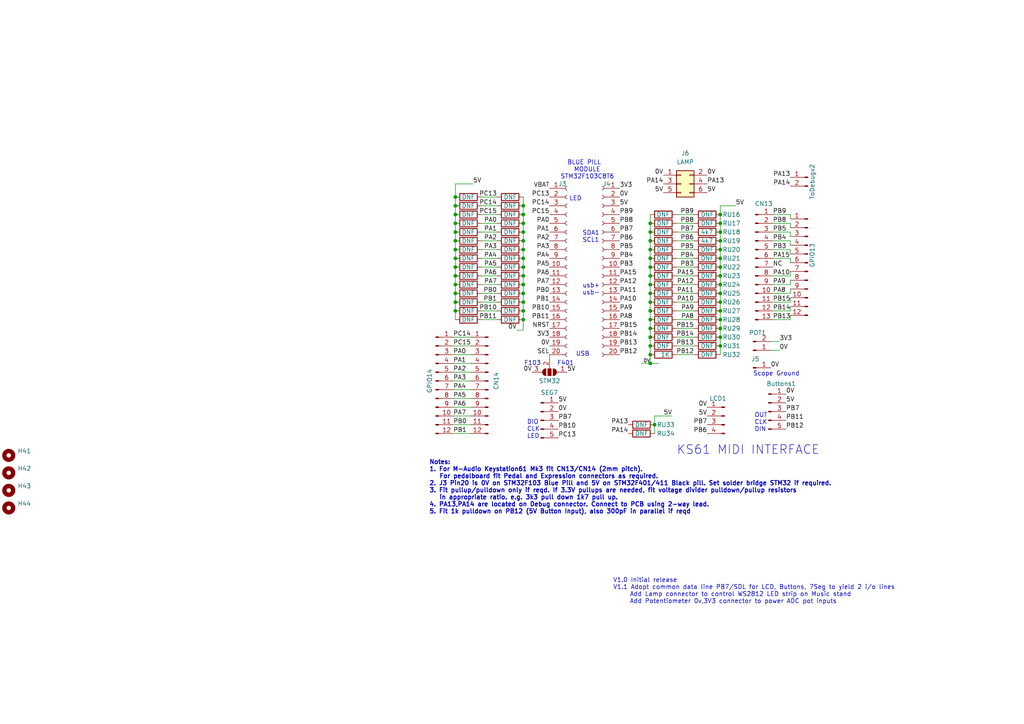
<source format=kicad_sch>
(kicad_sch (version 20211123) (generator eeschema)
  (paper "A4")
  (lib_symbols
    (symbol "Connector:Conn_01x01_Male" (pin_names (offset 1.016) hide)
      (property "Reference" "J" (at 0 2.54 0))
      (property "Value" "Conn_01x01_Male" (at 0 -2.54 0))
      (symbol "Conn_01x01_Male_1_1"
        (pin passive line (at 5.08 0 180) (length 3.81) (name "Pin_1") (number "1"))
      )
    )
    (symbol "Connector:Conn_01x02_Male" (pin_names (offset 1.016) hide)
      (property "Reference" "J" (at 0 2.54 0))
      (property "Value" "Conn_01x02_Male" (at 0 -5.08 0))
      (symbol "Conn_01x02_Male_1_1"
        (pin passive line (at 5.08 0 180) (length 3.81) (name "Pin_1") (number "1"))
        (pin passive line (at 5.08 -2.54 180) (length 3.81) (name "Pin_2") (number "2"))
      )
    )
    (symbol "Connector:Conn_01x04_Male" (pin_names (offset 1.016) hide)
      (property "Reference" "J" (at 0 5.08 0))
      (property "Value" "Conn_01x04_Male" (at 0 -7.62 0))
      (symbol "Conn_01x04_Male_1_1"
        (pin passive line (at 5.08 2.54 180) (length 3.81) (name "Pin_1") (number "1"))
        (pin passive line (at 5.08 0 180) (length 3.81) (name "Pin_2") (number "2"))
        (pin passive line (at 5.08 -2.54 180) (length 3.81) (name "Pin_3") (number "3"))
        (pin passive line (at 5.08 -5.08 180) (length 3.81) (name "Pin_4") (number "4"))
      )
    )
    (symbol "Connector:Conn_01x05_Male" (pin_names (offset 1.016) hide)
      (property "Reference" "J" (at 0 7.62 0))
      (property "Value" "Conn_01x05_Male" (at 0 -7.62 0))
      (symbol "Conn_01x05_Male_1_1"
        (pin passive line (at 5.08 5.08 180) (length 3.81) (name "Pin_1") (number "1"))
        (pin passive line (at 5.08 2.54 180) (length 3.81) (name "Pin_2") (number "2"))
        (pin passive line (at 5.08 0 180) (length 3.81) (name "Pin_3") (number "3"))
        (pin passive line (at 5.08 -2.54 180) (length 3.81) (name "Pin_4") (number "4"))
        (pin passive line (at 5.08 -5.08 180) (length 3.81) (name "Pin_5") (number "5"))
      )
    )
    (symbol "Connector:Conn_01x12_Male" (pin_names (offset 1.016) hide)
      (property "Reference" "J" (at 0 15.24 0))
      (property "Value" "Conn_01x12_Male" (at 0 -17.78 0))
      (symbol "Conn_01x12_Male_1_1"
        (pin passive line (at 5.08 12.7 180) (length 3.81) (name "Pin_1") (number "1"))
        (pin passive line (at 5.08 -10.16 180) (length 3.81) (name "Pin_10") (number "10"))
        (pin passive line (at 5.08 -12.7 180) (length 3.81) (name "Pin_11") (number "11"))
        (pin passive line (at 5.08 -15.24 180) (length 3.81) (name "Pin_12") (number "12"))
        (pin passive line (at 5.08 10.16 180) (length 3.81) (name "Pin_2") (number "2"))
        (pin passive line (at 5.08 7.62 180) (length 3.81) (name "Pin_3") (number "3"))
        (pin passive line (at 5.08 5.08 180) (length 3.81) (name "Pin_4") (number "4"))
        (pin passive line (at 5.08 2.54 180) (length 3.81) (name "Pin_5") (number "5"))
        (pin passive line (at 5.08 0 180) (length 3.81) (name "Pin_6") (number "6"))
        (pin passive line (at 5.08 -2.54 180) (length 3.81) (name "Pin_7") (number "7"))
        (pin passive line (at 5.08 -5.08 180) (length 3.81) (name "Pin_8") (number "8"))
        (pin passive line (at 5.08 -7.62 180) (length 3.81) (name "Pin_9") (number "9"))
      )
    )
    (symbol "Connector:Conn_01x13_Male" (pin_names (offset 1.016) hide)
      (property "Reference" "J" (at 0 17.78 0))
      (property "Value" "Conn_01x13_Male" (at 0 -17.78 0))
      (symbol "Conn_01x13_Male_1_1"
        (pin passive line (at 5.08 15.24 180) (length 3.81) (name "Pin_1") (number "1"))
        (pin passive line (at 5.08 -7.62 180) (length 3.81) (name "Pin_10") (number "10"))
        (pin passive line (at 5.08 -10.16 180) (length 3.81) (name "Pin_11") (number "11"))
        (pin passive line (at 5.08 -12.7 180) (length 3.81) (name "Pin_12") (number "12"))
        (pin passive line (at 5.08 -15.24 180) (length 3.81) (name "Pin_13") (number "13"))
        (pin passive line (at 5.08 12.7 180) (length 3.81) (name "Pin_2") (number "2"))
        (pin passive line (at 5.08 10.16 180) (length 3.81) (name "Pin_3") (number "3"))
        (pin passive line (at 5.08 7.62 180) (length 3.81) (name "Pin_4") (number "4"))
        (pin passive line (at 5.08 5.08 180) (length 3.81) (name "Pin_5") (number "5"))
        (pin passive line (at 5.08 2.54 180) (length 3.81) (name "Pin_6") (number "6"))
        (pin passive line (at 5.08 0 180) (length 3.81) (name "Pin_7") (number "7"))
        (pin passive line (at 5.08 -2.54 180) (length 3.81) (name "Pin_8") (number "8"))
        (pin passive line (at 5.08 -5.08 180) (length 3.81) (name "Pin_9") (number "9"))
      )
    )
    (symbol "Connector:Conn_01x20_Female" (pin_names (offset 1.016) hide)
      (property "Reference" "J" (at 0 25.4 0))
      (property "Value" "Conn_01x20_Female" (at 0 -27.94 0))
      (symbol "Conn_01x20_Female_1_1"
        (pin passive line (at -5.08 22.86 0) (length 3.81) (name "Pin_1") (number "1"))
        (pin passive line (at -5.08 0 0) (length 3.81) (name "Pin_10") (number "10"))
        (pin passive line (at -5.08 -2.54 0) (length 3.81) (name "Pin_11") (number "11"))
        (pin passive line (at -5.08 -5.08 0) (length 3.81) (name "Pin_12") (number "12"))
        (pin passive line (at -5.08 -7.62 0) (length 3.81) (name "Pin_13") (number "13"))
        (pin passive line (at -5.08 -10.16 0) (length 3.81) (name "Pin_14") (number "14"))
        (pin passive line (at -5.08 -12.7 0) (length 3.81) (name "Pin_15") (number "15"))
        (pin passive line (at -5.08 -15.24 0) (length 3.81) (name "Pin_16") (number "16"))
        (pin passive line (at -5.08 -17.78 0) (length 3.81) (name "Pin_17") (number "17"))
        (pin passive line (at -5.08 -20.32 0) (length 3.81) (name "Pin_18") (number "18"))
        (pin passive line (at -5.08 -22.86 0) (length 3.81) (name "Pin_19") (number "19"))
        (pin passive line (at -5.08 20.32 0) (length 3.81) (name "Pin_2") (number "2"))
        (pin passive line (at -5.08 -25.4 0) (length 3.81) (name "Pin_20") (number "20"))
        (pin passive line (at -5.08 17.78 0) (length 3.81) (name "Pin_3") (number "3"))
        (pin passive line (at -5.08 15.24 0) (length 3.81) (name "Pin_4") (number "4"))
        (pin passive line (at -5.08 12.7 0) (length 3.81) (name "Pin_5") (number "5"))
        (pin passive line (at -5.08 10.16 0) (length 3.81) (name "Pin_6") (number "6"))
        (pin passive line (at -5.08 7.62 0) (length 3.81) (name "Pin_7") (number "7"))
        (pin passive line (at -5.08 5.08 0) (length 3.81) (name "Pin_8") (number "8"))
        (pin passive line (at -5.08 2.54 0) (length 3.81) (name "Pin_9") (number "9"))
      )
    )
    (symbol "Connector_Generic:Conn_02x03_Odd_Even" (pin_names (offset 1.016) hide)
      (property "Reference" "J" (at 1.27 5.08 0))
      (property "Value" "Conn_02x03_Odd_Even" (at 1.27 -5.08 0))
      (symbol "Conn_02x03_Odd_Even_1_1"
        (pin passive line (at -5.08 2.54 0) (length 3.81) (name "Pin_1") (number "1"))
        (pin passive line (at 7.62 2.54 180) (length 3.81) (name "Pin_2") (number "2"))
        (pin passive line (at -5.08 0 0) (length 3.81) (name "Pin_3") (number "3"))
        (pin passive line (at 7.62 0 180) (length 3.81) (name "Pin_4") (number "4"))
        (pin passive line (at -5.08 -2.54 0) (length 3.81) (name "Pin_5") (number "5"))
        (pin passive line (at 7.62 -2.54 180) (length 3.81) (name "Pin_6") (number "6"))
      )
    )
    (symbol "Device:R" (pin_numbers hide) (pin_names (offset 0))
      (property "Reference" "R" (at 2.032 0 90))
      (property "Value" "R" (at 0 0 90))
      (symbol "R_1_1"
        (pin passive line (at 0 3.81 270) (length 1.27) (name "~") (number "1"))
        (pin passive line (at 0 -3.81 90) (length 1.27) (name "~") (number "2"))
      )
    )
    (symbol "Jumper:SolderJumper_3_Open" (pin_names (offset 0) hide)
      (property "Reference" "JP" (at -2.54 -2.54 0))
      (property "Value" "SolderJumper_3_Open" (at 0 2.794 0))
      (symbol "SolderJumper_3_Open_1_1"
        (pin passive line (at -5.08 0 0) (length 2.54) (name "A") (number "1"))
        (pin passive line (at 0 -3.81 90) (length 2.54) (name "C") (number "2"))
        (pin passive line (at 5.08 0 180) (length 2.54) (name "B") (number "3"))
      )
    )
    (symbol "Mechanical:MountingHole" (pin_names (offset 1.016))
      (property "Reference" "H" (at 0 5.08 0))
      (property "Value" "MountingHole" (at 0 3.175 0))
    )
  )
  (junction (at 188.595 72.39))
  (junction (at 151.765 69.85))
  (junction (at 188.595 97.79))
  (junction (at 151.765 90.17))
  (junction (at 151.765 80.01))
  (junction (at 151.765 82.55))
  (junction (at 188.595 67.31))
  (junction (at 188.595 80.01))
  (junction (at 151.765 67.31))
  (junction (at 188.595 82.55))
  (junction (at 151.765 77.47))
  (junction (at 132.08 90.17))
  (junction (at 188.595 95.25))
  (junction (at 132.08 82.55))
  (junction (at 151.765 72.39))
  (junction (at 208.915 80.01))
  (junction (at 188.595 105.41))
  (junction (at 132.08 85.09))
  (junction (at 132.08 80.01))
  (junction (at 132.08 62.23))
  (junction (at 151.765 62.23))
  (junction (at 132.08 72.39))
  (junction (at 208.915 87.63))
  (junction (at 208.915 67.31))
  (junction (at 151.765 74.93))
  (junction (at 132.08 57.15))
  (junction (at 151.765 59.69))
  (junction (at 208.915 72.39))
  (junction (at 132.08 67.31))
  (junction (at 188.595 74.93))
  (junction (at 151.765 92.71))
  (junction (at 188.595 64.77))
  (junction (at 208.915 69.85))
  (junction (at 188.595 77.47))
  (junction (at 208.915 95.25))
  (junction (at 208.915 64.77))
  (junction (at 189.865 123.19))
  (junction (at 188.595 100.33))
  (junction (at 208.915 74.93))
  (junction (at 188.595 92.71))
  (junction (at 151.765 85.09))
  (junction (at 208.915 100.33))
  (junction (at 188.595 85.09))
  (junction (at 188.595 69.85))
  (junction (at 188.595 87.63))
  (junction (at 208.915 82.55))
  (junction (at 188.595 90.17))
  (junction (at 132.08 87.63))
  (junction (at 132.08 59.69))
  (junction (at 208.915 97.79))
  (junction (at 208.915 90.17))
  (junction (at 188.595 102.87))
  (junction (at 208.915 85.09))
  (junction (at 208.915 92.71))
  (junction (at 151.765 64.77))
  (junction (at 132.08 69.85))
  (junction (at 132.08 74.93))
  (junction (at 208.915 62.23))
  (junction (at 132.08 77.47))
  (junction (at 132.08 64.77))
  (junction (at 151.765 87.63))
  (junction (at 208.915 77.47))
  (wire (pts (xy 144.145 57.15) (xy 139.7 57.15)))
  (wire (pts (xy 131.445 115.57) (xy 136.525 115.57)))
  (wire (pts (xy 196.215 90.17) (xy 201.295 90.17)))
  (wire (pts (xy 208.915 59.69) (xy 213.36 59.69)))
  (wire (pts (xy 196.215 95.25) (xy 201.295 95.25)))
  (wire (pts (xy 196.215 102.87) (xy 201.295 102.87)))
  (wire (pts (xy 132.08 74.93) (xy 132.08 77.47)))
  (wire (pts (xy 188.595 67.31) (xy 188.595 69.85)))
  (wire (pts (xy 132.08 85.09) (xy 132.08 87.63)))
  (wire (pts (xy 196.215 85.09) (xy 201.295 85.09)))
  (wire (pts (xy 196.215 67.31) (xy 201.295 67.31)))
  (wire (pts (xy 132.08 67.31) (xy 132.08 69.85)))
  (wire (pts (xy 151.765 72.39) (xy 151.765 74.93)))
  (wire (pts (xy 159.385 102.87) (xy 159.385 104.14)))
  (wire (pts (xy 151.765 69.85) (xy 151.765 72.39)))
  (wire (pts (xy 132.08 72.39) (xy 132.08 74.93)))
  (wire (pts (xy 188.595 95.25) (xy 188.595 97.79)))
  (wire (pts (xy 144.145 85.09) (xy 139.7 85.09)))
  (wire (pts (xy 131.445 100.33) (xy 136.525 100.33)))
  (wire (pts (xy 144.145 72.39) (xy 139.7 72.39)))
  (wire (pts (xy 224.155 69.85) (xy 229.235 69.85)))
  (wire (pts (xy 144.145 59.69) (xy 139.7 59.69)))
  (wire (pts (xy 224.155 67.31) (xy 229.235 67.31)))
  (wire (pts (xy 224.155 80.01) (xy 229.235 80.01)))
  (wire (pts (xy 144.145 62.23) (xy 139.7 62.23)))
  (wire (pts (xy 151.765 67.31) (xy 151.765 69.85)))
  (wire (pts (xy 188.595 102.87) (xy 188.595 105.41)))
  (wire (pts (xy 229.235 69.85) (xy 229.235 71.12)))
  (wire (pts (xy 132.08 82.55) (xy 132.08 85.09)))
  (wire (pts (xy 131.445 125.73) (xy 136.525 125.73)))
  (wire (pts (xy 224.155 90.17) (xy 229.235 90.17)))
  (wire (pts (xy 132.08 69.85) (xy 132.08 72.39)))
  (wire (pts (xy 208.915 64.77) (xy 208.915 67.31)))
  (wire (pts (xy 186.055 105.41) (xy 188.595 105.41)))
  (wire (pts (xy 229.235 74.93) (xy 229.235 76.2)))
  (wire (pts (xy 151.765 64.77) (xy 151.765 67.31)))
  (wire (pts (xy 196.215 64.77) (xy 201.295 64.77)))
  (wire (pts (xy 196.215 80.01) (xy 201.295 80.01)))
  (wire (pts (xy 224.155 92.71) (xy 229.235 92.71)))
  (wire (pts (xy 208.915 59.69) (xy 208.915 62.23)))
  (wire (pts (xy 151.765 85.09) (xy 151.765 87.63)))
  (wire (pts (xy 229.235 80.01) (xy 229.235 78.74)))
  (wire (pts (xy 208.915 100.33) (xy 208.915 102.87)))
  (wire (pts (xy 196.215 92.71) (xy 201.295 92.71)))
  (wire (pts (xy 229.235 82.55) (xy 229.235 81.28)))
  (wire (pts (xy 151.765 87.63) (xy 151.765 90.17)))
  (wire (pts (xy 144.145 74.93) (xy 139.7 74.93)))
  (wire (pts (xy 144.145 67.31) (xy 139.7 67.31)))
  (wire (pts (xy 151.765 90.17) (xy 151.765 92.71)))
  (wire (pts (xy 224.155 62.23) (xy 229.235 62.23)))
  (wire (pts (xy 188.595 85.09) (xy 188.595 87.63)))
  (wire (pts (xy 229.235 87.63) (xy 229.235 86.36)))
  (wire (pts (xy 196.215 82.55) (xy 201.295 82.55)))
  (wire (pts (xy 131.445 107.95) (xy 136.525 107.95)))
  (wire (pts (xy 188.595 97.79) (xy 188.595 100.33)))
  (wire (pts (xy 208.915 85.09) (xy 208.915 87.63)))
  (wire (pts (xy 144.145 77.47) (xy 139.7 77.47)))
  (wire (pts (xy 188.595 62.23) (xy 188.595 64.77)))
  (wire (pts (xy 188.595 82.55) (xy 188.595 85.09)))
  (wire (pts (xy 194.945 120.65) (xy 189.865 120.65)))
  (wire (pts (xy 188.595 105.41) (xy 191.135 105.41)))
  (wire (pts (xy 131.445 97.79) (xy 136.525 97.79)))
  (wire (pts (xy 189.865 123.19) (xy 189.865 125.73)))
  (wire (pts (xy 208.915 95.25) (xy 208.915 97.79)))
  (wire (pts (xy 224.155 85.09) (xy 229.235 85.09)))
  (wire (pts (xy 208.915 87.63) (xy 208.915 90.17)))
  (wire (pts (xy 132.08 90.17) (xy 132.08 92.71)))
  (wire (pts (xy 223.52 101.6) (xy 226.06 101.6)))
  (wire (pts (xy 208.915 74.93) (xy 208.915 77.47)))
  (wire (pts (xy 132.08 77.47) (xy 132.08 80.01)))
  (wire (pts (xy 131.445 113.03) (xy 136.525 113.03)))
  (wire (pts (xy 196.215 72.39) (xy 201.295 72.39)))
  (wire (pts (xy 131.445 110.49) (xy 136.525 110.49)))
  (wire (pts (xy 208.915 67.31) (xy 208.915 69.85)))
  (wire (pts (xy 196.215 69.85) (xy 201.295 69.85)))
  (wire (pts (xy 224.155 74.93) (xy 229.235 74.93)))
  (wire (pts (xy 151.765 92.71) (xy 151.765 95.758)))
  (wire (pts (xy 188.595 72.39) (xy 188.595 74.93)))
  (wire (pts (xy 208.915 97.79) (xy 208.915 100.33)))
  (wire (pts (xy 151.765 59.69) (xy 151.765 62.23)))
  (wire (pts (xy 132.08 62.23) (xy 132.08 64.77)))
  (wire (pts (xy 224.155 64.77) (xy 229.235 64.77)))
  (wire (pts (xy 131.445 118.11) (xy 136.525 118.11)))
  (wire (pts (xy 208.915 80.01) (xy 208.915 82.55)))
  (wire (pts (xy 188.595 69.85) (xy 188.595 72.39)))
  (wire (pts (xy 132.08 59.69) (xy 132.08 62.23)))
  (wire (pts (xy 229.235 64.77) (xy 229.235 66.04)))
  (wire (pts (xy 188.595 64.77) (xy 188.595 67.31)))
  (wire (pts (xy 224.155 87.63) (xy 229.235 87.63)))
  (wire (pts (xy 208.915 62.23) (xy 208.915 64.77)))
  (wire (pts (xy 229.235 62.23) (xy 229.235 63.5)))
  (wire (pts (xy 151.765 62.23) (xy 151.765 64.77)))
  (wire (pts (xy 144.145 80.01) (xy 139.7 80.01)))
  (wire (pts (xy 188.595 90.17) (xy 188.595 92.71)))
  (wire (pts (xy 208.915 90.17) (xy 208.915 92.71)))
  (wire (pts (xy 229.235 90.17) (xy 229.235 88.9)))
  (wire (pts (xy 132.08 87.63) (xy 132.08 90.17)))
  (wire (pts (xy 208.915 77.47) (xy 208.915 80.01)))
  (wire (pts (xy 196.215 87.63) (xy 201.295 87.63)))
  (wire (pts (xy 132.08 80.01) (xy 132.08 82.55)))
  (wire (pts (xy 144.145 92.71) (xy 139.7 92.71)))
  (wire (pts (xy 196.215 97.79) (xy 201.295 97.79)))
  (wire (pts (xy 229.235 92.71) (xy 229.235 91.44)))
  (wire (pts (xy 144.145 87.63) (xy 139.7 87.63)))
  (wire (pts (xy 131.445 105.41) (xy 136.525 105.41)))
  (wire (pts (xy 188.595 77.47) (xy 188.595 80.01)))
  (wire (pts (xy 151.765 82.55) (xy 151.765 85.09)))
  (wire (pts (xy 144.145 69.85) (xy 139.7 69.85)))
  (wire (pts (xy 132.08 64.77) (xy 132.08 67.31)))
  (wire (pts (xy 223.52 99.06) (xy 226.06 99.06)))
  (wire (pts (xy 188.595 87.63) (xy 188.595 90.17)))
  (wire (pts (xy 144.145 64.77) (xy 139.7 64.77)))
  (wire (pts (xy 132.08 53.34) (xy 137.16 53.34)))
  (wire (pts (xy 144.145 90.17) (xy 139.7 90.17)))
  (wire (pts (xy 132.08 57.15) (xy 132.08 59.69)))
  (wire (pts (xy 208.915 69.85) (xy 208.915 72.39)))
  (wire (pts (xy 196.215 100.33) (xy 201.295 100.33)))
  (wire (pts (xy 188.595 92.71) (xy 188.595 95.25)))
  (wire (pts (xy 131.445 102.87) (xy 136.525 102.87)))
  (wire (pts (xy 188.595 80.01) (xy 188.595 82.55)))
  (wire (pts (xy 224.155 82.55) (xy 229.235 82.55)))
  (wire (pts (xy 229.235 72.39) (xy 229.235 73.66)))
  (wire (pts (xy 188.595 100.33) (xy 188.595 102.87)))
  (wire (pts (xy 188.595 74.93) (xy 188.595 77.47)))
  (wire (pts (xy 151.765 80.01) (xy 151.765 82.55)))
  (wire (pts (xy 132.08 57.15) (xy 132.08 53.34)))
  (wire (pts (xy 189.865 120.65) (xy 189.865 123.19)))
  (wire (pts (xy 196.215 62.23) (xy 201.295 62.23)))
  (wire (pts (xy 151.765 57.15) (xy 151.765 59.69)))
  (wire (pts (xy 151.765 74.93) (xy 151.765 77.47)))
  (wire (pts (xy 131.445 123.19) (xy 136.525 123.19)))
  (wire (pts (xy 131.445 120.65) (xy 136.525 120.65)))
  (wire (pts (xy 208.915 82.55) (xy 208.915 85.09)))
  (wire (pts (xy 196.215 74.93) (xy 201.295 74.93)))
  (wire (pts (xy 196.215 77.47) (xy 201.295 77.47)))
  (wire (pts (xy 144.145 82.55) (xy 139.7 82.55)))
  (wire (pts (xy 224.155 72.39) (xy 229.235 72.39)))
  (wire (pts (xy 151.765 95.758) (xy 149.86 95.758)))
  (wire (pts (xy 151.765 77.47) (xy 151.765 80.01)))
  (wire (pts (xy 229.235 67.31) (xy 229.235 68.58)))
  (wire (pts (xy 208.915 72.39) (xy 208.915 74.93)))
  (wire (pts (xy 229.235 85.09) (xy 229.235 83.82)))
  (wire (pts (xy 208.915 92.71) (xy 208.915 95.25)))
  (text "  BLUE PILL\n    MODULE\nSTM32F103C8T6" (at 162.56 52.07 0) (effects (font (size 1.27 1.27)) (justify left bottom)))
  (text "OUT\nCLK\nDIN" (at 218.821 125.349 0) (effects (font (size 1.27 1.27)) (justify left bottom)))
  (text "KS61 MIDI INTERFACE" (at 196.215 132.08 0) (effects (font (size 2.54 2.54)) (justify left bottom)))
  (text "usb+\nusb-" (at 168.91 85.725 0) (effects (font (size 1.27 1.27)) (justify left bottom)))
  (text "DIO\nCLK\nLED" (at 152.8318 127.3556 0) (effects (font (size 1.27 1.27)) (justify left bottom)))
  (text "LED" (at 165.1 58.42 0) (effects (font (size 1.27 1.27)) (justify left bottom)))
  (text "Notes:\n1. For M-Audio Keystation61 Mk3 fit CN13/CN14 (2mm pitch). \n   For pedalboard fit Pedal and Expression connectors as required.\n2. J3 Pin20 is 0V on STM32F103 Blue Pill and 5V on STM32F401/411 Black pill. Set solder bridge STM32 if required.\n3. Fit pullup/pulldown only if reqd. If 3.3V pullups are needed, fit voltage divider pulldown/pullup resistors\n   in appropriate ratio. e.g. 3k3 pull down 1k7 pull up.\n4. PA13,PA14 are located on Debug connector. Connect to PCB using 2-way lead.\n5. Fit 1k pulldown on PB12 (5V Button Input), also 300pF in parallel if reqd" (at 124.46 149.225 0) (effects (font (size 1.27 1.27) (thickness 0.254) bold) (justify left bottom)))
  (text "Scope Ground" (at 218.44 109.22 0) (effects (font (size 1.27 1.27)) (justify left bottom)))
  (text "SDA1\nSCL1" (at 168.91 70.485 0) (effects (font (size 1.27 1.27)) (justify left bottom)))
  (text "V1.0 Initial release\nV1.1 Adopt common data line PB7/SDL for LCD, Buttons, 7Seg to yield 2 i/o lines\n     Add Lamp connector to control WS2812 LED strip on Music stand\n     Add Potentiometer 0v,3V3 connector to power ADC pot inputs" (at 177.8 175.26 0) (effects (font (size 1.27 1.27)) (justify left bottom)))
  (text "USB" (at 167.005 103.505 0) (effects (font (size 1.27 1.27)) (justify left bottom)))
  (text "F103     F401" (at 152.019 106.172 0) (effects (font (size 1.27 1.27)) (justify left bottom)))
  (label "PA8" (at 201.295 92.71 180))
  (label "PB4" (at 224.155 69.85 0))
  (label "PA10" (at 179.705 87.63 0))
  (label "0V" (at 161.925 119.38 0))
  (label "PA14" (at 229.235 53.975 180))
  (label "3V3" (at 179.705 54.61 0))
  (label "PA4" (at 159.385 74.93 180))
  (label "PB14" (at 224.155 90.17 0))
  (label "PA3" (at 131.445 110.49 0))
  (label "5V" (at 161.925 116.84 0))
  (label "PB9" (at 224.155 62.23 0))
  (label "0V" (at 226.06 101.6 0))
  (label "PB4" (at 201.295 74.93 180))
  (label "PB10" (at 144.145 90.17 180))
  (label "PA3" (at 144.145 72.39 180))
  (label "PA8" (at 224.155 85.09 0))
  (label "NC" (at 224.155 77.47 0))
  (label "5V" (at 164.465 107.95 0))
  (label "PA2" (at 144.145 69.85 180))
  (label "5V" (at 192.405 55.88 180))
  (label "PA5" (at 144.145 77.47 180))
  (label "0V" (at 192.405 50.8 180))
  (label "PA5" (at 131.445 115.57 0))
  (label "3V3" (at 226.06 99.06 0))
  (label "PC13" (at 159.385 57.15 180))
  (label "PA11" (at 201.295 85.09 180))
  (label "PB9" (at 201.295 62.23 180))
  (label "PA15" (at 179.705 80.01 0))
  (label "PA0" (at 144.145 64.77 180))
  (label "PB13" (at 179.705 100.33 0))
  (label "PB8" (at 179.705 64.77 0))
  (label "PB3" (at 201.295 77.47 180))
  (label "PA12" (at 179.705 82.55 0))
  (label "PC15" (at 131.445 100.33 0))
  (label "PB15" (at 224.155 87.63 0))
  (label "PB8" (at 224.155 64.77 0))
  (label "PB0" (at 131.445 123.19 0))
  (label "5V" (at 179.705 59.69 0))
  (label "PA7" (at 159.385 82.55 180))
  (label "PA7" (at 131.445 120.65 0))
  (label "PA6" (at 131.445 118.11 0))
  (label "PB7" (at 201.295 67.31 180))
  (label "PB12" (at 179.705 102.87 0))
  (label "PB13" (at 201.295 100.33 180))
  (label "PC15" (at 159.385 62.23 180))
  (label "5V" (at 205.105 55.88 0))
  (label "PB15" (at 201.295 95.25 180))
  (label "0V" (at 159.385 100.33 180))
  (label "PB7" (at 161.925 121.92 0))
  (label "PA1" (at 131.445 105.41 0))
  (label "0V" (at 179.705 57.15 0))
  (label "PB14" (at 201.295 97.79 180))
  (label "PB12" (at 227.965 124.46 0))
  (label "5V" (at 194.945 120.65 180))
  (label "PB11" (at 227.965 121.92 0))
  (label "PB1" (at 144.145 87.63 180))
  (label "PB5" (at 201.295 72.39 180))
  (label "PA9" (at 179.705 90.17 0))
  (label "PB7" (at 205.105 123.19 180))
  (label "PA0" (at 159.385 64.77 180))
  (label "PA10" (at 201.295 87.63 180))
  (label "PA1" (at 159.385 67.31 180))
  (label "PA14" (at 182.245 125.73 180))
  (label "PA0" (at 131.445 102.87 0))
  (label "PB1" (at 159.385 87.63 180))
  (label "PA13" (at 205.105 53.34 0))
  (label "PB15" (at 179.705 95.25 0))
  (label "PA2" (at 131.445 107.95 0))
  (label "PC13" (at 161.925 127 0))
  (label "PA12" (at 201.295 82.55 180))
  (label "PB0" (at 159.385 85.09 180))
  (label "PA9" (at 224.155 82.55 0))
  (label "0V" (at 154.305 107.95 180))
  (label "PC14" (at 131.445 97.79 0))
  (label "PA4" (at 144.145 74.93 180))
  (label "PA4" (at 131.445 113.03 0))
  (label "PB5" (at 224.155 67.31 0))
  (label "PB10" (at 161.925 124.46 0))
  (label "5V" (at 213.36 59.69 0))
  (label "3V3" (at 159.385 97.79 180))
  (label "PB6" (at 179.705 69.85 0))
  (label "0V" (at 205.105 50.8 0))
  (label "PC14" (at 159.385 59.69 180))
  (label "PA7" (at 144.145 82.55 180))
  (label "0V" (at 149.86 95.758 180))
  (label "PC13" (at 144.145 57.15 180))
  (label "PB10" (at 159.385 90.17 180))
  (label "NRST" (at 159.385 95.25 180))
  (label "0V" (at 227.965 114.3 0))
  (label "PB6" (at 201.295 69.85 180))
  (label "PC14" (at 144.145 59.69 180))
  (label "PA2" (at 159.385 69.85 180))
  (label "5V" (at 227.965 116.84 0))
  (label "PA15" (at 201.295 80.01 180))
  (label "SEL" (at 159.385 102.87 180))
  (label "PA3" (at 159.385 72.39 180))
  (label "PB8" (at 201.295 64.77 180))
  (label "PA5" (at 159.385 77.47 180))
  (label "PB0" (at 144.145 85.09 180))
  (label "PA14" (at 192.405 53.34 180))
  (label "5V" (at 205.105 120.65 180))
  (label "PB6" (at 205.105 125.73 180))
  (label "PA9" (at 201.295 90.17 180))
  (label "PB1" (at 131.445 125.73 0))
  (label "PB14" (at 179.705 97.79 0))
  (label "PA8" (at 179.705 92.71 0))
  (label "PB7" (at 179.705 67.31 0))
  (label "PA13" (at 229.235 51.435 180))
  (label "PB11" (at 144.145 92.71 180))
  (label "0V" (at 205.105 118.11 180))
  (label "5V" (at 137.16 53.34 0))
  (label "VBAT" (at 159.385 54.61 180))
  (label "PB9" (at 179.705 62.23 0))
  (label "PB5" (at 179.705 72.39 0))
  (label "PA6" (at 144.145 80.01 180))
  (label "PB3" (at 224.155 72.39 0))
  (label "PB7" (at 227.965 119.38 0))
  (label "PA13" (at 182.245 123.19 180))
  (label "PB4" (at 179.705 74.93 0))
  (label "PA6" (at 159.385 80.01 180))
  (label "PB11" (at 159.385 92.71 180))
  (label "PC15" (at 144.145 62.23 180))
  (label "PB13" (at 224.155 92.71 0))
  (label "PA10" (at 224.155 80.01 0))
  (label "PA1" (at 144.145 67.31 180))
  (label "PA11" (at 179.705 85.09 0))
  (label "0V" (at 188.595 105.41 180) (effects (font (size 1 1))))
  (label "PA15" (at 224.155 74.93 0))
  (label "PB3" (at 179.705 77.47 0))
  (label "PB12" (at 201.295 102.87 180))
  (label "0V" (at 223.52 106.68 0))
  (symbol (lib_id "Mechanical:MountingHole") (at 2.54 137.16 0) (unit 1)
    (property "Reference" "H42" (at 5.08 135.8899 0) (effects (justify left)))
    (property "Value" "MountingHole" (effects hide))
    (property "Footprint" "MountingHole:MountingHole_3.2mm_M3" (effects hide))
  )
  (symbol (lib_id "Device:R") (at 192.405 69.85 90) (unit 1)
    (property "Reference" "RD19" (effects hide))
    (property "Value" "DNF" (at 194.31 69.85 90) (effects (justify left)))
    (property "Footprint" "Resistor_SMD:R_0805_2012Metric_Pad1.20x1.40mm_HandSolder" (effects hide))
  )
  (symbol (lib_id "Device:R") (at 147.955 77.47 270) (mirror x) (unit 1)
    (property "Reference" "RD9" (effects hide))
    (property "Value" "DNF" (at 146.05 77.47 90) (effects (justify left)))
    (property "Footprint" "Resistor_SMD:R_0805_2012Metric_Pad1.20x1.40mm_HandSolder" (effects hide))
  )
  (symbol (lib_id "Device:R") (at 205.105 80.01 270) (mirror x) (unit 1)
    (property "Reference" "RU23" (at 209.55 80.01 90) (effects (justify left)))
    (property "Value" "DNF" (at 203.2 80.01 90) (effects (justify left)))
    (property "Footprint" "Resistor_SMD:R_0805_2012Metric_Pad1.20x1.40mm_HandSolder" (effects hide))
  )
  (symbol (lib_id "Connector:Conn_01x02_Male") (at 218.44 101.6 0) (mirror x) (unit 1)
    (property "Reference" "POT1" (at 219.71 96.52 0))
    (property "Value" "Conn_01x02_Male" (effects hide))
    (property "Footprint" "Connector_PinHeader_2.54mm:PinHeader_1x02_P2.54mm_Vertical" (effects hide))
  )
  (symbol (lib_id "Device:R") (at 135.89 80.01 90) (unit 1)
    (property "Reference" "RU10" (effects hide))
    (property "Value" "DNF" (at 137.795 80.01 90) (effects (justify left)))
    (property "Footprint" "Resistor_SMD:R_0805_2012Metric_Pad1.20x1.40mm_HandSolder" (effects hide))
  )
  (symbol (lib_id "Connector:Conn_01x12_Male") (at 141.605 110.49 0) (mirror y) (unit 1)
    (property "Reference" "CN14" (at 143.891 110.49 90))
    (property "Value" "Conn_01x12_Male" (effects hide))
    (property "Footprint" "Connector_PinHeader_2.00mm:PinHeader_1x12_P2.00mm_Vertical" (effects hide))
  )
  (symbol (lib_id "Device:R") (at 205.105 69.85 270) (mirror x) (unit 1)
    (property "Reference" "RU19" (at 209.55 69.85 90) (effects (justify left)))
    (property "Value" "4k7" (at 203.2 69.85 90) (effects (justify left)))
    (property "Footprint" "Resistor_SMD:R_0805_2012Metric_Pad1.20x1.40mm_HandSolder" (effects hide))
  )
  (symbol (lib_id "Device:R") (at 192.405 80.01 90) (unit 1)
    (property "Reference" "RD23" (effects hide))
    (property "Value" "DNF" (at 194.31 80.01 90) (effects (justify left)))
    (property "Footprint" "Resistor_SMD:R_0805_2012Metric_Pad1.20x1.40mm_HandSolder" (effects hide))
  )
  (symbol (lib_id "Connector:Conn_01x12_Male") (at 126.365 110.49 0) (unit 1)
    (property "Reference" "GPIO14" (at 124.587 106.934 90) (effects (justify right)))
    (property "Value" "Conn_01x12_Male" (effects hide))
    (property "Footprint" "Connector_PinHeader_2.54mm:PinHeader_1x12_P2.54mm_Vertical" (effects hide))
  )
  (symbol (lib_id "Device:R") (at 135.89 67.31 90) (unit 1)
    (property "Reference" "RU5" (effects hide))
    (property "Value" "DNF" (at 137.795 67.31 90) (effects (justify left)))
    (property "Footprint" "Resistor_SMD:R_0805_2012Metric_Pad1.20x1.40mm_HandSolder" (effects hide))
  )
  (symbol (lib_id "Device:R") (at 205.105 77.47 270) (mirror x) (unit 1)
    (property "Reference" "RU22" (at 209.55 77.47 90) (effects (justify left)))
    (property "Value" "DNF" (at 203.2 77.47 90) (effects (justify left)))
    (property "Footprint" "Resistor_SMD:R_0805_2012Metric_Pad1.20x1.40mm_HandSolder" (effects hide))
  )
  (symbol (lib_id "Connector:Conn_01x05_Male") (at 222.885 119.38 0) (unit 1)
    (property "Reference" "Buttons1" (at 226.5934 111.3028 0))
    (property "Value" "Conn_01x05_Male" (effects hide))
    (property "Footprint" "Connector_PinHeader_2.54mm:PinHeader_1x05_P2.54mm_Vertical" (effects hide))
  )
  (symbol (lib_id "Device:R") (at 135.89 90.17 90) (unit 1)
    (property "Reference" "RU14" (effects hide))
    (property "Value" "DNF" (at 137.795 90.17 90) (effects (justify left)))
    (property "Footprint" "Resistor_SMD:R_0805_2012Metric_Pad1.20x1.40mm_HandSolder" (effects hide))
  )
  (symbol (lib_id "Device:R") (at 147.955 74.93 270) (mirror x) (unit 1)
    (property "Reference" "RD8" (effects hide))
    (property "Value" "DNF" (at 146.05 74.93 90) (effects (justify left)))
    (property "Footprint" "Resistor_SMD:R_0805_2012Metric_Pad1.20x1.40mm_HandSolder" (effects hide))
  )
  (symbol (lib_id "Device:R") (at 205.105 62.23 270) (mirror x) (unit 1)
    (property "Reference" "RU16" (at 209.55 62.23 90) (effects (justify left)))
    (property "Value" "DNF" (at 203.2 62.23 90) (effects (justify left)))
    (property "Footprint" "Resistor_SMD:R_0805_2012Metric_Pad1.20x1.40mm_HandSolder" (effects hide))
  )
  (symbol (lib_id "Device:R") (at 135.89 69.85 90) (unit 1)
    (property "Reference" "RU6" (effects hide))
    (property "Value" "DNF" (at 137.795 69.85 90) (effects (justify left)))
    (property "Footprint" "Resistor_SMD:R_0805_2012Metric_Pad1.20x1.40mm_HandSolder" (effects hide))
  )
  (symbol (lib_id "Device:R") (at 135.89 64.77 90) (unit 1)
    (property "Reference" "RU4" (effects hide))
    (property "Value" "DNF" (at 137.795 64.77 90) (effects (justify left)))
    (property "Footprint" "Resistor_SMD:R_0805_2012Metric_Pad1.20x1.40mm_HandSolder" (effects hide))
  )
  (symbol (lib_id "Device:R") (at 192.405 74.93 90) (unit 1)
    (property "Reference" "RD21" (effects hide))
    (property "Value" "DNF" (at 194.31 74.93 90) (effects (justify left)))
    (property "Footprint" "Resistor_SMD:R_0805_2012Metric_Pad1.20x1.40mm_HandSolder" (effects hide))
  )
  (symbol (lib_id "Device:R") (at 186.055 125.73 270) (mirror x) (unit 1)
    (property "Reference" "RU34" (at 190.5 125.73 90) (effects (justify left)))
    (property "Value" "DNF" (at 184.15 125.73 90) (effects (justify left)))
    (property "Footprint" "Resistor_SMD:R_0805_2012Metric_Pad1.20x1.40mm_HandSolder" (effects hide))
  )
  (symbol (lib_id "Device:R") (at 147.955 69.85 270) (mirror x) (unit 1)
    (property "Reference" "RD6" (effects hide))
    (property "Value" "DNF" (at 146.05 69.85 90) (effects (justify left)))
    (property "Footprint" "Resistor_SMD:R_0805_2012Metric_Pad1.20x1.40mm_HandSolder" (effects hide))
  )
  (symbol (lib_id "Device:R") (at 135.89 72.39 90) (unit 1)
    (property "Reference" "RU7" (effects hide))
    (property "Value" "DNF" (at 137.795 72.39 90) (effects (justify left)))
    (property "Footprint" "Resistor_SMD:R_0805_2012Metric_Pad1.20x1.40mm_HandSolder" (effects hide))
  )
  (symbol (lib_id "Device:R") (at 135.89 59.69 90) (unit 1)
    (property "Reference" "RU2" (effects hide))
    (property "Value" "DNF" (at 137.795 59.69 90) (effects (justify left)))
    (property "Footprint" "Resistor_SMD:R_0805_2012Metric_Pad1.20x1.40mm_HandSolder" (effects hide))
  )
  (symbol (lib_id "Device:R") (at 192.405 90.17 90) (unit 1)
    (property "Reference" "RD27" (effects hide))
    (property "Value" "DNF" (at 194.31 90.17 90) (effects (justify left)))
    (property "Footprint" "Resistor_SMD:R_0805_2012Metric_Pad1.20x1.40mm_HandSolder" (effects hide))
  )
  (symbol (lib_id "Device:R") (at 205.105 95.25 270) (mirror x) (unit 1)
    (property "Reference" "RU29" (at 209.55 95.25 90) (effects (justify left)))
    (property "Value" "DNF" (at 203.2 95.25 90) (effects (justify left)))
    (property "Footprint" "Resistor_SMD:R_0805_2012Metric_Pad1.20x1.40mm_HandSolder" (effects hide))
  )
  (symbol (lib_id "Device:R") (at 147.955 62.23 270) (mirror x) (unit 1)
    (property "Reference" "RD3" (effects hide))
    (property "Value" "DNF" (at 146.05 62.23 90) (effects (justify left)))
    (property "Footprint" "Resistor_SMD:R_0805_2012Metric_Pad1.20x1.40mm_HandSolder" (effects hide))
  )
  (symbol (lib_id "Device:R") (at 192.405 72.39 90) (unit 1)
    (property "Reference" "RD20" (effects hide))
    (property "Value" "DNF" (at 194.31 72.39 90) (effects (justify left)))
    (property "Footprint" "Resistor_SMD:R_0805_2012Metric_Pad1.20x1.40mm_HandSolder" (effects hide))
  )
  (symbol (lib_id "Device:R") (at 205.105 72.39 270) (mirror x) (unit 1)
    (property "Reference" "RU20" (at 209.55 72.39 90) (effects (justify left)))
    (property "Value" "DNF" (at 203.2 72.39 90) (effects (justify left)))
    (property "Footprint" "Resistor_SMD:R_0805_2012Metric_Pad1.20x1.40mm_HandSolder" (effects hide))
  )
  (symbol (lib_id "Device:R") (at 147.955 64.77 270) (mirror x) (unit 1)
    (property "Reference" "RD4" (effects hide))
    (property "Value" "DNF" (at 146.05 64.77 90) (effects (justify left)))
    (property "Footprint" "Resistor_SMD:R_0805_2012Metric_Pad1.20x1.40mm_HandSolder" (effects hide))
  )
  (symbol (lib_id "Device:R") (at 147.955 59.69 270) (mirror x) (unit 1)
    (property "Reference" "RD2" (effects hide))
    (property "Value" "DNF" (at 146.05 59.69 90) (effects (justify left)))
    (property "Footprint" "Resistor_SMD:R_0805_2012Metric_Pad1.20x1.40mm_HandSolder" (effects hide))
  )
  (symbol (lib_id "Device:R") (at 192.405 92.71 90) (unit 1)
    (property "Reference" "RD28" (effects hide))
    (property "Value" "DNF" (at 194.31 92.71 90) (effects (justify left)))
    (property "Footprint" "Resistor_SMD:R_0805_2012Metric_Pad1.20x1.40mm_HandSolder" (effects hide))
  )
  (symbol (lib_id "Connector:Conn_01x20_Female") (at 164.465 77.47 0) (unit 1)
    (property "Reference" "J3" (at 161.925 53.34 0) (effects (justify left)))
    (property "Value" "Conn_01x20_Female" (effects hide))
    (property "Footprint" "Connector_PinHeader_2.54mm:PinHeader_1x20_P2.54mm_Vertical" (effects hide))
  )
  (symbol (lib_id "Connector_Generic:Conn_02x03_Odd_Even") (at 197.485 53.34 0) (unit 1)
    (property "Reference" "J6" (at 198.755 44.45 0))
    (property "Value" "LAMP" (at 198.755 46.99 0))
    (property "Footprint" "Connector_PinHeader_2.54mm:PinHeader_2x03_P2.54mm_Vertical" (effects hide))
  )
  (symbol (lib_id "Device:R") (at 135.89 77.47 90) (unit 1)
    (property "Reference" "RU9" (effects hide))
    (property "Value" "DNF" (at 137.795 77.47 90) (effects (justify left)))
    (property "Footprint" "Resistor_SMD:R_0805_2012Metric_Pad1.20x1.40mm_HandSolder" (effects hide))
  )
  (symbol (lib_id "Device:R") (at 205.105 90.17 270) (mirror x) (unit 1)
    (property "Reference" "RU27" (at 209.55 90.17 90) (effects (justify left)))
    (property "Value" "DNF" (at 203.2 90.17 90) (effects (justify left)))
    (property "Footprint" "Resistor_SMD:R_0805_2012Metric_Pad1.20x1.40mm_HandSolder" (effects hide))
  )
  (symbol (lib_id "Device:R") (at 147.955 92.71 270) (mirror x) (unit 1)
    (property "Reference" "RD15" (effects hide))
    (property "Value" "DNF" (at 146.05 92.71 90) (effects (justify left)))
    (property "Footprint" "Resistor_SMD:R_0805_2012Metric_Pad1.20x1.40mm_HandSolder" (effects hide))
  )
  (symbol (lib_id "Device:R") (at 147.955 72.39 270) (mirror x) (unit 1)
    (property "Reference" "RD7" (effects hide))
    (property "Value" "DNF" (at 146.05 72.39 90) (effects (justify left)))
    (property "Footprint" "Resistor_SMD:R_0805_2012Metric_Pad1.20x1.40mm_HandSolder" (effects hide))
  )
  (symbol (lib_id "Connector:Conn_01x01_Male") (at 218.44 106.68 0) (unit 1)
    (property "Reference" "J5" (at 219.075 104.14 0))
    (property "Value" "Conn_01x01_Male" (effects hide))
    (property "Footprint" "Connector_PinHeader_2.54mm:PinHeader_1x01_P2.54mm_Vertical" (effects hide))
  )
  (symbol (lib_id "Device:R") (at 205.105 85.09 270) (mirror x) (unit 1)
    (property "Reference" "RU25" (at 209.55 85.09 90) (effects (justify left)))
    (property "Value" "DNF" (at 203.2 85.09 90) (effects (justify left)))
    (property "Footprint" "Resistor_SMD:R_0805_2012Metric_Pad1.20x1.40mm_HandSolder" (effects hide))
  )
  (symbol (lib_id "Device:R") (at 135.89 74.93 90) (unit 1)
    (property "Reference" "RU8" (effects hide))
    (property "Value" "DNF" (at 137.795 74.93 90) (effects (justify left)))
    (property "Footprint" "Resistor_SMD:R_0805_2012Metric_Pad1.20x1.40mm_HandSolder" (effects hide))
  )
  (symbol (lib_id "Device:R") (at 192.405 95.25 90) (unit 1)
    (property "Reference" "RD29" (effects hide))
    (property "Value" "DNF" (at 194.31 95.25 90) (effects (justify left)))
    (property "Footprint" "Resistor_SMD:R_0805_2012Metric_Pad1.20x1.40mm_HandSolder" (effects hide))
  )
  (symbol (lib_id "Device:R") (at 205.105 64.77 270) (mirror x) (unit 1)
    (property "Reference" "RU17" (at 209.55 64.77 90) (effects (justify left)))
    (property "Value" "DNF" (at 203.2 64.77 90) (effects (justify left)))
    (property "Footprint" "Resistor_SMD:R_0805_2012Metric_Pad1.20x1.40mm_HandSolder" (effects hide))
  )
  (symbol (lib_id "Device:R") (at 135.89 82.55 90) (unit 1)
    (property "Reference" "RU11" (effects hide))
    (property "Value" "DNF" (at 137.795 82.55 90) (effects (justify left)))
    (property "Footprint" "Resistor_SMD:R_0805_2012Metric_Pad1.20x1.40mm_HandSolder" (effects hide))
  )
  (symbol (lib_id "Device:R") (at 186.055 123.19 270) (mirror x) (unit 1)
    (property "Reference" "RU33" (at 190.5 123.19 90) (effects (justify left)))
    (property "Value" "DNF" (at 184.15 123.19 90) (effects (justify left)))
    (property "Footprint" "Resistor_SMD:R_0805_2012Metric_Pad1.20x1.40mm_HandSolder" (effects hide))
  )
  (symbol (lib_id "Mechanical:MountingHole") (at 2.54 142.24 0) (unit 1)
    (property "Reference" "H43" (at 5.08 140.9699 0) (effects (justify left)))
    (property "Value" "MountingHole" (effects hide))
    (property "Footprint" "MountingHole:MountingHole_3.2mm_M3" (effects hide))
  )
  (symbol (lib_id "Device:R") (at 135.89 57.15 90) (unit 1)
    (property "Reference" "RU1" (effects hide))
    (property "Value" "DNF" (at 137.795 57.15 90) (effects (justify left)))
    (property "Footprint" "Resistor_SMD:R_0805_2012Metric_Pad1.20x1.40mm_HandSolder" (effects hide))
  )
  (symbol (lib_id "Mechanical:MountingHole") (at 2.54 132.08 0) (unit 1)
    (property "Reference" "H41" (at 5.08 130.8099 0) (effects (justify left)))
    (property "Value" "MountingHole" (effects hide))
    (property "Footprint" "MountingHole:MountingHole_3.2mm_M3" (effects hide))
  )
  (symbol (lib_id "Device:R") (at 147.955 87.63 270) (mirror x) (unit 1)
    (property "Reference" "RD13" (effects hide))
    (property "Value" "DNF" (at 146.05 87.63 90) (effects (justify left)))
    (property "Footprint" "Resistor_SMD:R_0805_2012Metric_Pad1.20x1.40mm_HandSolder" (effects hide))
  )
  (symbol (lib_id "Device:R") (at 205.105 82.55 270) (mirror x) (unit 1)
    (property "Reference" "RU24" (at 209.55 82.55 90) (effects (justify left)))
    (property "Value" "DNF" (at 203.2 82.55 90) (effects (justify left)))
    (property "Footprint" "Resistor_SMD:R_0805_2012Metric_Pad1.20x1.40mm_HandSolder" (effects hide))
  )
  (symbol (lib_id "Connector:Conn_01x05_Male") (at 156.845 121.92 0) (unit 1)
    (property "Reference" "SEG7" (at 161.8742 113.8682 0) (effects (justify right)))
    (property "Value" "Conn_01x05_Male" (effects hide))
    (property "Footprint" "Connector_PinHeader_2.54mm:PinHeader_1x05_P2.54mm_Vertical" (effects hide))
  )
  (symbol (lib_id "Device:R") (at 205.105 74.93 270) (mirror x) (unit 1)
    (property "Reference" "RU21" (at 209.55 74.93 90) (effects (justify left)))
    (property "Value" "DNF" (at 203.2 74.93 90) (effects (justify left)))
    (property "Footprint" "Resistor_SMD:R_0805_2012Metric_Pad1.20x1.40mm_HandSolder" (effects hide))
  )
  (symbol (lib_id "Jumper:SolderJumper_3_Open") (at 159.385 107.95 180) (unit 1)
    (property "Reference" "STM32" (at 159.385 110.49 0))
    (property "Value" "SolderJumper_3_Open" (effects hide))
    (property "Footprint" "Jumper:SolderJumper-3_P1.3mm_Open_RoundedPad1.0x1.5mm_NumberLabels" (effects hide))
  )
  (symbol (lib_id "Device:R") (at 192.405 97.79 90) (unit 1)
    (property "Reference" "RD30" (effects hide))
    (property "Value" "DNF" (at 194.31 97.79 90) (effects (justify left)))
    (property "Footprint" "Resistor_SMD:R_0805_2012Metric_Pad1.20x1.40mm_HandSolder" (effects hide))
  )
  (symbol (lib_id "Device:R") (at 192.405 62.23 90) (unit 1)
    (property "Reference" "RD16" (effects hide))
    (property "Value" "DNF" (at 194.31 62.23 90) (effects (justify left)))
    (property "Footprint" "Resistor_SMD:R_0805_2012Metric_Pad1.20x1.40mm_HandSolder" (effects hide))
  )
  (symbol (lib_id "Device:R") (at 205.105 92.71 270) (mirror x) (unit 1)
    (property "Reference" "RU28" (at 209.55 92.71 90) (effects (justify left)))
    (property "Value" "DNF" (at 203.2 92.71 90) (effects (justify left)))
    (property "Footprint" "Resistor_SMD:R_0805_2012Metric_Pad1.20x1.40mm_HandSolder" (effects hide))
  )
  (symbol (lib_id "Connector:Conn_01x13_Male") (at 219.075 77.47 0) (unit 1)
    (property "Reference" "CN13" (at 224.155 59.055 0) (effects (justify right)))
    (property "Value" "Conn_01x13_Male" (effects hide))
    (property "Footprint" "Connector_PinHeader_2.00mm:PinHeader_1x13_P2.00mm_Vertical" (effects hide))
  )
  (symbol (lib_id "Device:R") (at 205.105 102.87 270) (mirror x) (unit 1)
    (property "Reference" "RU32" (at 209.55 102.87 90) (effects (justify left)))
    (property "Value" "DNF" (at 203.2 102.87 90) (effects (justify left)))
    (property "Footprint" "Resistor_SMD:R_0805_2012Metric_Pad1.20x1.40mm_HandSolder" (effects hide))
  )
  (symbol (lib_id "Device:R") (at 135.89 62.23 90) (unit 1)
    (property "Reference" "RU3" (effects hide))
    (property "Value" "DNF" (at 137.795 62.23 90) (effects (justify left)))
    (property "Footprint" "Resistor_SMD:R_0805_2012Metric_Pad1.20x1.40mm_HandSolder" (effects hide))
  )
  (symbol (lib_id "Connector:Conn_01x20_Female") (at 174.625 77.47 0) (mirror y) (unit 1)
    (property "Reference" "J4" (at 177.165 53.34 0) (effects (justify left)))
    (property "Value" "Conn_01x20_Female" (effects hide))
    (property "Footprint" "Connector_PinHeader_2.54mm:PinHeader_1x20_P2.54mm_Vertical" (effects hide))
  )
  (symbol (lib_id "Device:R") (at 205.105 100.33 270) (mirror x) (unit 1)
    (property "Reference" "RU31" (at 209.55 100.33 90) (effects (justify left)))
    (property "Value" "DNF" (at 203.2 100.33 90) (effects (justify left)))
    (property "Footprint" "Resistor_SMD:R_0805_2012Metric_Pad1.20x1.40mm_HandSolder" (effects hide))
  )
  (symbol (lib_id "Device:R") (at 135.89 92.71 90) (unit 1)
    (property "Reference" "RU15" (effects hide))
    (property "Value" "DNF" (at 137.795 92.71 90) (effects (justify left)))
    (property "Footprint" "Resistor_SMD:R_0805_2012Metric_Pad1.20x1.40mm_HandSolder" (effects hide))
  )
  (symbol (lib_id "Device:R") (at 147.955 57.15 270) (mirror x) (unit 1)
    (property "Reference" "RD1" (effects hide))
    (property "Value" "DNF" (at 146.05 57.15 90) (effects (justify left)))
    (property "Footprint" "Resistor_SMD:R_0805_2012Metric_Pad1.20x1.40mm_HandSolder" (effects hide))
  )
  (symbol (lib_id "Device:R") (at 192.405 87.63 90) (unit 1)
    (property "Reference" "RD26" (effects hide))
    (property "Value" "DNF" (at 194.31 87.63 90) (effects (justify left)))
    (property "Footprint" "Resistor_SMD:R_0805_2012Metric_Pad1.20x1.40mm_HandSolder" (effects hide))
  )
  (symbol (lib_id "Device:R") (at 192.405 67.31 90) (unit 1)
    (property "Reference" "RD18" (effects hide))
    (property "Value" "DNF" (at 194.31 67.31 90) (effects (justify left)))
    (property "Footprint" "Resistor_SMD:R_0805_2012Metric_Pad1.20x1.40mm_HandSolder" (effects hide))
  )
  (symbol (lib_id "Device:R") (at 135.89 85.09 90) (unit 1)
    (property "Reference" "RU12" (effects hide))
    (property "Value" "DNF" (at 137.795 85.09 90) (effects (justify left)))
    (property "Footprint" "Resistor_SMD:R_0805_2012Metric_Pad1.20x1.40mm_HandSolder" (effects hide))
  )
  (symbol (lib_id "Device:R") (at 192.405 64.77 90) (unit 1)
    (property "Reference" "RD17" (effects hide))
    (property "Value" "DNF" (at 194.31 64.77 90) (effects (justify left)))
    (property "Footprint" "Resistor_SMD:R_0805_2012Metric_Pad1.20x1.40mm_HandSolder" (effects hide))
  )
  (symbol (lib_id "Device:R") (at 147.955 80.01 270) (mirror x) (unit 1)
    (property "Reference" "RD10" (effects hide))
    (property "Value" "DNF" (at 146.05 80.01 90) (effects (justify left)))
    (property "Footprint" "Resistor_SMD:R_0805_2012Metric_Pad1.20x1.40mm_HandSolder" (effects hide))
  )
  (symbol (lib_id "Mechanical:MountingHole") (at 2.54 147.32 0) (unit 1)
    (property "Reference" "H44" (at 5.08 146.0499 0) (effects (justify left)))
    (property "Value" "MountingHole" (effects hide))
    (property "Footprint" "MountingHole:MountingHole_3.2mm_M3" (effects hide))
  )
  (symbol (lib_id "Device:R") (at 192.405 102.87 90) (unit 1)
    (property "Reference" "RD32" (effects hide))
    (property "Value" "1K" (at 194.31 102.87 90) (effects (justify left)))
    (property "Footprint" "Resistor_SMD:R_0805_2012Metric_Pad1.20x1.40mm_HandSolder" (effects hide))
  )
  (symbol (lib_id "Connector:Conn_01x02_Male") (at 234.315 51.435 0) (mirror y) (unit 1)
    (property "Reference" "ToDebugx2" (at 235.585 52.705 90))
    (property "Value" "Conn_01x02_Male" (effects hide))
    (property "Footprint" "Connector_PinHeader_2.54mm:PinHeader_1x02_P2.54mm_Vertical" (effects hide))
  )
  (symbol (lib_id "Device:R") (at 147.955 82.55 270) (mirror x) (unit 1)
    (property "Reference" "RD11" (effects hide))
    (property "Value" "DNF" (at 146.05 82.55 90) (effects (justify left)))
    (property "Footprint" "Resistor_SMD:R_0805_2012Metric_Pad1.20x1.40mm_HandSolder" (effects hide))
  )
  (symbol (lib_id "Device:R") (at 205.105 87.63 270) (mirror x) (unit 1)
    (property "Reference" "RU26" (at 209.55 87.63 90) (effects (justify left)))
    (property "Value" "DNF" (at 203.2 87.63 90) (effects (justify left)))
    (property "Footprint" "Resistor_SMD:R_0805_2012Metric_Pad1.20x1.40mm_HandSolder" (effects hide))
  )
  (symbol (lib_id "Device:R") (at 192.405 85.09 90) (unit 1)
    (property "Reference" "RD25" (effects hide))
    (property "Value" "DNF" (at 194.31 85.09 90) (effects (justify left)))
    (property "Footprint" "Resistor_SMD:R_0805_2012Metric_Pad1.20x1.40mm_HandSolder" (effects hide))
  )
  (symbol (lib_id "Device:R") (at 147.955 90.17 270) (mirror x) (unit 1)
    (property "Reference" "RD14" (effects hide))
    (property "Value" "DNF" (at 146.05 90.17 90) (effects (justify left)))
    (property "Footprint" "Resistor_SMD:R_0805_2012Metric_Pad1.20x1.40mm_HandSolder" (effects hide))
  )
  (symbol (lib_id "Connector:Conn_01x12_Male") (at 234.315 76.2 0) (mirror y) (unit 1)
    (property "Reference" "GPIO13" (at 235.585 70.485 90) (effects (justify right)))
    (property "Value" "Conn_01x12_Male" (effects hide))
    (property "Footprint" "Connector_PinHeader_2.54mm:PinHeader_1x12_P2.54mm_Vertical" (effects hide))
  )
  (symbol (lib_id "Device:R") (at 135.89 87.63 90) (unit 1)
    (property "Reference" "RU13" (effects hide))
    (property "Value" "DNF" (at 137.795 87.63 90) (effects (justify left)))
    (property "Footprint" "Resistor_SMD:R_0805_2012Metric_Pad1.20x1.40mm_HandSolder" (effects hide))
  )
  (symbol (lib_id "Device:R") (at 192.405 77.47 90) (unit 1)
    (property "Reference" "RD22" (effects hide))
    (property "Value" "DNF" (at 194.31 77.47 90) (effects (justify left)))
    (property "Footprint" "Resistor_SMD:R_0805_2012Metric_Pad1.20x1.40mm_HandSolder" (effects hide))
  )
  (symbol (lib_id "Connector:Conn_01x04_Male") (at 210.185 120.65 0) (mirror y) (unit 1)
    (property "Reference" "LCD1" (at 205.74 115.57 0) (effects (justify right)))
    (property "Value" "Conn_01x04_Male" (effects hide))
    (property "Footprint" "Connector_PinHeader_2.54mm:PinHeader_1x04_P2.54mm_Vertical" (effects hide))
  )
  (symbol (lib_id "Device:R") (at 192.405 82.55 90) (unit 1)
    (property "Reference" "RD24" (effects hide))
    (property "Value" "DNF" (at 194.31 82.55 90) (effects (justify left)))
    (property "Footprint" "Resistor_SMD:R_0805_2012Metric_Pad1.20x1.40mm_HandSolder" (effects hide))
  )
  (symbol (lib_id "Device:R") (at 147.955 85.09 270) (mirror x) (unit 1)
    (property "Reference" "RD12" (effects hide))
    (property "Value" "DNF" (at 146.05 85.09 90) (effects (justify left)))
    (property "Footprint" "Resistor_SMD:R_0805_2012Metric_Pad1.20x1.40mm_HandSolder" (effects hide))
  )
  (symbol (lib_id "Device:R") (at 147.955 67.31 270) (mirror x) (unit 1)
    (property "Reference" "RD5" (effects hide))
    (property "Value" "DNF" (at 146.05 67.31 90) (effects (justify left)))
    (property "Footprint" "Resistor_SMD:R_0805_2012Metric_Pad1.20x1.40mm_HandSolder" (effects hide))
  )
  (symbol (lib_id "Device:R") (at 192.405 100.33 90) (unit 1)
    (property "Reference" "RD31" (effects hide))
    (property "Value" "DNF" (at 194.31 100.33 90) (effects (justify left)))
    (property "Footprint" "Resistor_SMD:R_0805_2012Metric_Pad1.20x1.40mm_HandSolder" (effects hide))
  )
  (symbol (lib_id "Device:R") (at 205.105 97.79 270) (mirror x) (unit 1)
    (property "Reference" "RU30" (at 209.55 97.79 90) (effects (justify left)))
    (property "Value" "DNF" (at 203.2 97.79 90) (effects (justify left)))
    (property "Footprint" "Resistor_SMD:R_0805_2012Metric_Pad1.20x1.40mm_HandSolder" (effects hide))
  )
  (symbol (lib_id "Device:R") (at 205.105 67.31 270) (mirror x) (unit 1)
    (property "Reference" "RU18" (at 209.55 67.31 90) (effects (justify left)))
    (property "Value" "4k7" (at 203.2 67.31 90) (effects (justify left)))
    (property "Footprint" "Resistor_SMD:R_0805_2012Metric_Pad1.20x1.40mm_HandSolder" (effects hide))
  )
)
</source>
